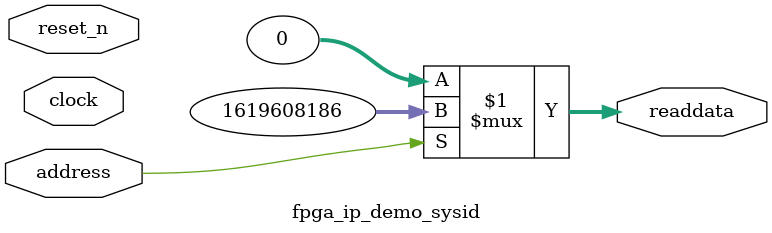
<source format=v>

`timescale 1ns / 1ps
// synthesis translate_on

// turn off superfluous verilog processor warnings 
// altera message_level Level1 
// altera message_off 10034 10035 10036 10037 10230 10240 10030 

module fpga_ip_demo_sysid (
               // inputs:
                address,
                clock,
                reset_n,

               // outputs:
                readdata
             )
;

  output  [ 31: 0] readdata;
  input            address;
  input            clock;
  input            reset_n;

  wire    [ 31: 0] readdata;
  //control_slave, which is an e_avalon_slave
  assign readdata = address ? 1619608186 : 0;

endmodule




</source>
